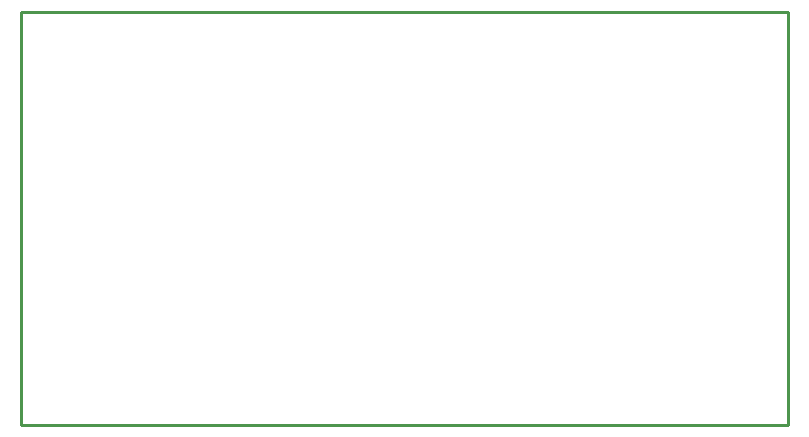
<source format=gko>
%FSDAX24Y24*%
%MOIN*%
%SFA1B1*%

%IPPOS*%
%ADD13C,0.010000*%
%LNde-120824_1-1*%
%LPD*%
G54D13*
X025590Y000000D02*
Y013779D01*
X000000Y000000D02*
Y013779D01*
Y000000D02*
X025590D01*
X000000Y013779D02*
X025590D01*
M02*
</source>
